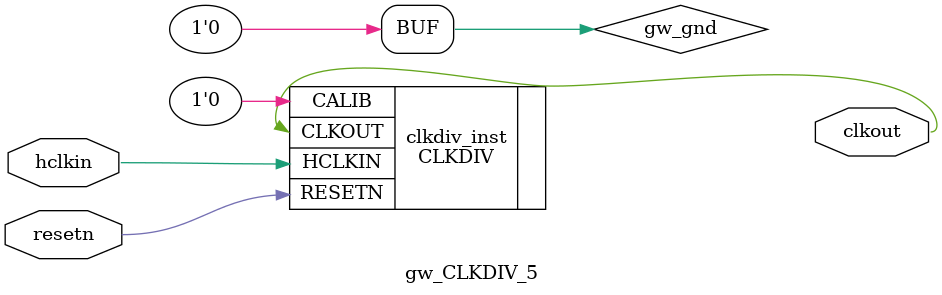
<source format=v>

module gw_CLKDIV_5 (clkout, hclkin, resetn);

output clkout;
input hclkin;
input resetn;

wire gw_gnd;

assign gw_gnd = 1'b0;

CLKDIV clkdiv_inst (
    .CLKOUT(clkout),
    .HCLKIN(hclkin),
    .RESETN(resetn),
    .CALIB(gw_gnd)
);

defparam clkdiv_inst.DIV_MODE = "5";
defparam clkdiv_inst.GSREN = "false";

endmodule //gw_CLKDIV_5

</source>
